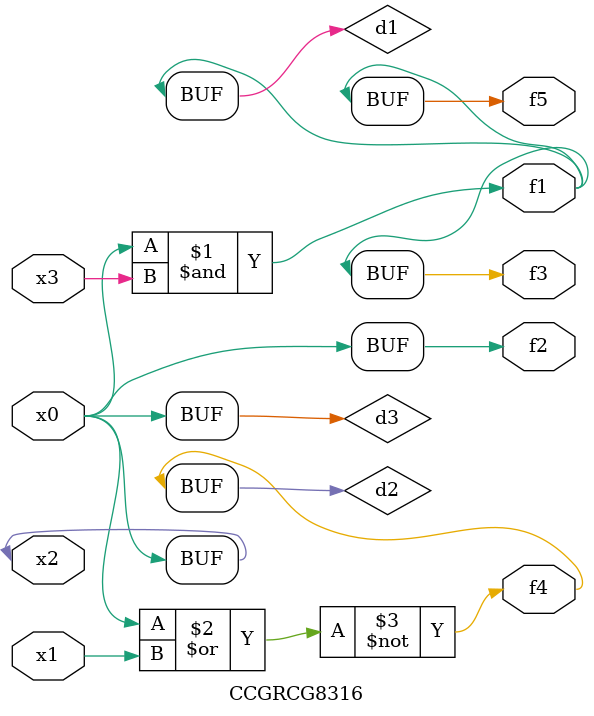
<source format=v>
module CCGRCG8316(
	input x0, x1, x2, x3,
	output f1, f2, f3, f4, f5
);

	wire d1, d2, d3;

	and (d1, x2, x3);
	nor (d2, x0, x1);
	buf (d3, x0, x2);
	assign f1 = d1;
	assign f2 = d3;
	assign f3 = d1;
	assign f4 = d2;
	assign f5 = d1;
endmodule

</source>
